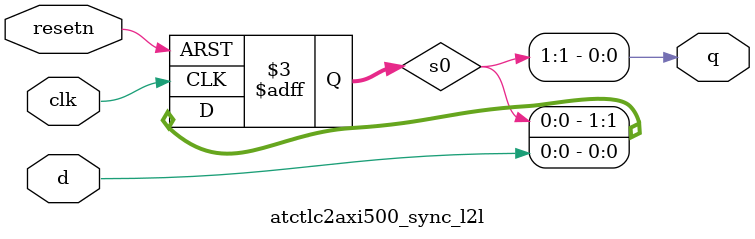
<source format=v>

module atctlc2axi500_sync_l2l (
    	  resetn,
    	  clk,
    	  d,
    	  q
);

parameter SYNC_STAGE = 2;
parameter RESET_VALUE = 1'b0;

input  resetn;
input  clk;
input  d;
output q;

reg [SYNC_STAGE-1:0] s0;

assign q = s0[SYNC_STAGE-1];
always @(posedge clk or negedge resetn)begin
    if(!resetn)begin
        s0 <= {SYNC_STAGE{RESET_VALUE}};
    end
    else begin
        s0 <= {s0[SYNC_STAGE-2:0], d};
    end
end

endmodule


</source>
